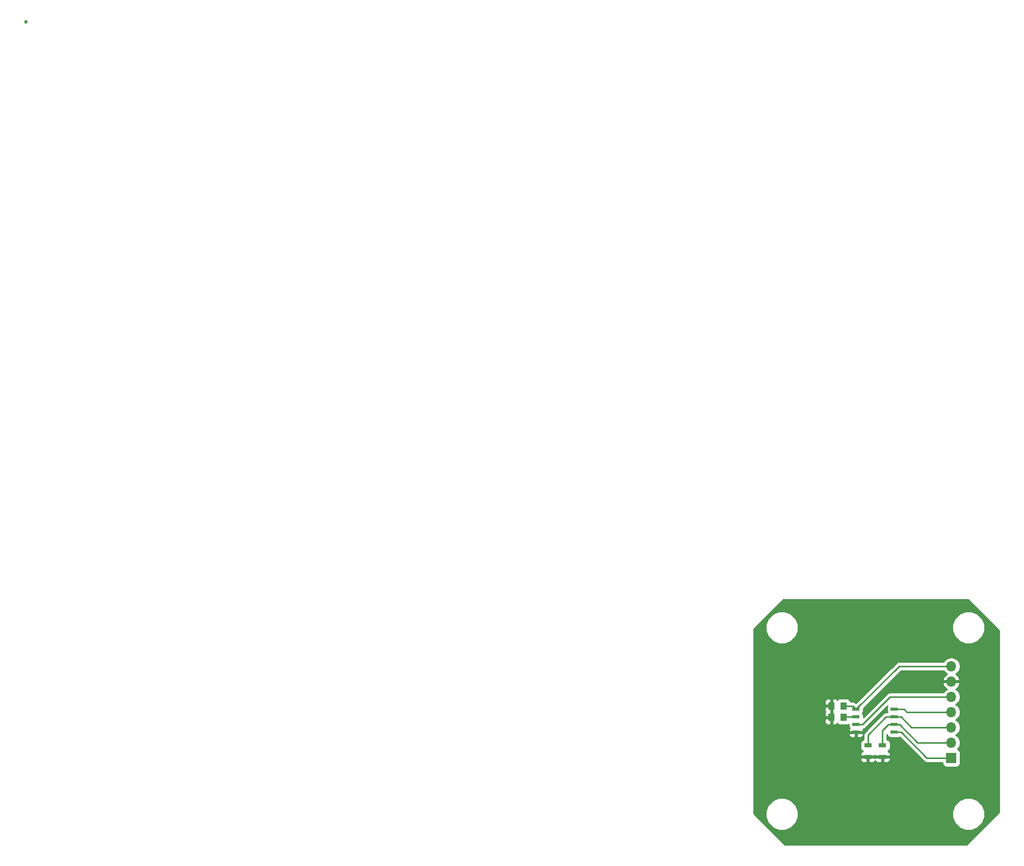
<source format=gtl>
G04 #@! TF.FileFunction,Copper,L1,Top,Signal*
%FSLAX46Y46*%
G04 Gerber Fmt 4.6, Leading zero omitted, Abs format (unit mm)*
G04 Created by KiCad (PCBNEW 4.0.7) date 08/21/18 13:20:54*
%MOMM*%
%LPD*%
G01*
G04 APERTURE LIST*
%ADD10C,0.100000*%
%ADD11C,0.600000*%
%ADD12R,1.000000X1.250000*%
%ADD13R,1.300000X0.700000*%
%ADD14R,1.143000X0.508000*%
%ADD15R,1.700000X1.700000*%
%ADD16O,1.700000X1.700000*%
%ADD17C,0.250000*%
%ADD18C,0.254000*%
G04 APERTURE END LIST*
D10*
D11*
X137541000Y-101346000D03*
X135001000Y-117983000D03*
X0Y0D03*
D12*
X133747000Y-115570000D03*
X135747000Y-115570000D03*
X135747000Y-113665000D03*
X133747000Y-113665000D03*
D13*
X139827000Y-122108000D03*
X139827000Y-120208000D03*
X142240000Y-120208000D03*
X142240000Y-122108000D03*
D14*
X144190000Y-114218000D03*
X144190000Y-115488000D03*
X144190000Y-116758000D03*
X144190000Y-118028000D03*
X137840000Y-118028000D03*
X137840000Y-116758000D03*
X137840000Y-115488000D03*
X137840000Y-114218000D03*
D15*
X153670000Y-122301000D03*
D16*
X153670000Y-119761000D03*
X153670000Y-117221000D03*
X153670000Y-114681000D03*
X153670000Y-112141000D03*
X153670000Y-109601000D03*
X153670000Y-107061000D03*
D11*
X135001000Y-119634000D03*
D17*
X137840000Y-115488000D02*
X135829000Y-115488000D01*
X135829000Y-115488000D02*
X135747000Y-115570000D01*
X135874000Y-115697000D02*
X135747000Y-115570000D01*
X153670000Y-107061000D02*
X144997000Y-107061000D01*
X144997000Y-107061000D02*
X137840000Y-114218000D01*
X135747000Y-113665000D02*
X137287000Y-113665000D01*
X137287000Y-113665000D02*
X137840000Y-114218000D01*
X137840000Y-116758000D02*
X138893000Y-116758000D01*
X143510000Y-112141000D02*
X153670000Y-112141000D01*
X138893000Y-116758000D02*
X143510000Y-112141000D01*
X144190000Y-114218000D02*
X145841000Y-114218000D01*
X146304000Y-114681000D02*
X153670000Y-114681000D01*
X145841000Y-114218000D02*
X146304000Y-114681000D01*
X144190000Y-115488000D02*
X142830000Y-115488000D01*
X139827000Y-118491000D02*
X139827000Y-120208000D01*
X142830000Y-115488000D02*
X139827000Y-118491000D01*
X144190000Y-115488000D02*
X145333000Y-115488000D01*
X147066000Y-117221000D02*
X153670000Y-117221000D01*
X145333000Y-115488000D02*
X147066000Y-117221000D01*
X142240000Y-120208000D02*
X142240000Y-117729000D01*
X143211000Y-116758000D02*
X144190000Y-116758000D01*
X142240000Y-117729000D02*
X143211000Y-116758000D01*
X144190000Y-116758000D02*
X145079000Y-116758000D01*
X148082000Y-119761000D02*
X153670000Y-119761000D01*
X145079000Y-116758000D02*
X148082000Y-119761000D01*
X144190000Y-118028000D02*
X145333000Y-118028000D01*
X149606000Y-122301000D02*
X153670000Y-122301000D01*
X145333000Y-118028000D02*
X149606000Y-122301000D01*
D18*
G36*
X161596000Y-101132092D02*
X161596000Y-131277908D01*
X156169908Y-136704000D01*
X126024092Y-136704000D01*
X121483146Y-132163054D01*
X122787528Y-132163054D01*
X123201814Y-133165703D01*
X123968262Y-133933490D01*
X124970186Y-134349526D01*
X126055054Y-134350472D01*
X127057703Y-133936186D01*
X127825490Y-133169738D01*
X128241526Y-132167814D01*
X128241530Y-132163054D01*
X153787528Y-132163054D01*
X154201814Y-133165703D01*
X154968262Y-133933490D01*
X155970186Y-134349526D01*
X157055054Y-134350472D01*
X158057703Y-133936186D01*
X158825490Y-133169738D01*
X159241526Y-132167814D01*
X159242472Y-131082946D01*
X158828186Y-130080297D01*
X158061738Y-129312510D01*
X157059814Y-128896474D01*
X155974946Y-128895528D01*
X154972297Y-129309814D01*
X154204510Y-130076262D01*
X153788474Y-131078186D01*
X153787528Y-132163054D01*
X128241530Y-132163054D01*
X128242472Y-131082946D01*
X127828186Y-130080297D01*
X127061738Y-129312510D01*
X126059814Y-128896474D01*
X124974946Y-128895528D01*
X123972297Y-129309814D01*
X123204510Y-130076262D01*
X122788474Y-131078186D01*
X122787528Y-132163054D01*
X121483146Y-132163054D01*
X120852000Y-131531908D01*
X120852000Y-122393750D01*
X138542000Y-122393750D01*
X138542000Y-122584309D01*
X138638673Y-122817698D01*
X138817301Y-122996327D01*
X139050690Y-123093000D01*
X139541250Y-123093000D01*
X139700000Y-122934250D01*
X139700000Y-122235000D01*
X139954000Y-122235000D01*
X139954000Y-122934250D01*
X140112750Y-123093000D01*
X140603310Y-123093000D01*
X140836699Y-122996327D01*
X141015327Y-122817698D01*
X141033500Y-122773825D01*
X141051673Y-122817698D01*
X141230301Y-122996327D01*
X141463690Y-123093000D01*
X141954250Y-123093000D01*
X142113000Y-122934250D01*
X142113000Y-122235000D01*
X142367000Y-122235000D01*
X142367000Y-122934250D01*
X142525750Y-123093000D01*
X143016310Y-123093000D01*
X143249699Y-122996327D01*
X143428327Y-122817698D01*
X143525000Y-122584309D01*
X143525000Y-122393750D01*
X143366250Y-122235000D01*
X142367000Y-122235000D01*
X142113000Y-122235000D01*
X141113750Y-122235000D01*
X141033500Y-122315250D01*
X140953250Y-122235000D01*
X139954000Y-122235000D01*
X139700000Y-122235000D01*
X138700750Y-122235000D01*
X138542000Y-122393750D01*
X120852000Y-122393750D01*
X120852000Y-118313750D01*
X136633500Y-118313750D01*
X136633500Y-118408309D01*
X136730173Y-118641698D01*
X136908801Y-118820327D01*
X137142190Y-118917000D01*
X137554250Y-118917000D01*
X137713000Y-118758250D01*
X137713000Y-118155000D01*
X137967000Y-118155000D01*
X137967000Y-118758250D01*
X138125750Y-118917000D01*
X138537810Y-118917000D01*
X138771199Y-118820327D01*
X138949827Y-118641698D01*
X139046500Y-118408309D01*
X139046500Y-118313750D01*
X138887750Y-118155000D01*
X137967000Y-118155000D01*
X137713000Y-118155000D01*
X136792250Y-118155000D01*
X136633500Y-118313750D01*
X120852000Y-118313750D01*
X120852000Y-115855750D01*
X132612000Y-115855750D01*
X132612000Y-116321310D01*
X132708673Y-116554699D01*
X132887302Y-116733327D01*
X133120691Y-116830000D01*
X133461250Y-116830000D01*
X133620000Y-116671250D01*
X133620000Y-115697000D01*
X132770750Y-115697000D01*
X132612000Y-115855750D01*
X120852000Y-115855750D01*
X120852000Y-113950750D01*
X132612000Y-113950750D01*
X132612000Y-114416310D01*
X132695336Y-114617500D01*
X132612000Y-114818690D01*
X132612000Y-115284250D01*
X132770750Y-115443000D01*
X133620000Y-115443000D01*
X133620000Y-113792000D01*
X132770750Y-113792000D01*
X132612000Y-113950750D01*
X120852000Y-113950750D01*
X120852000Y-112913690D01*
X132612000Y-112913690D01*
X132612000Y-113379250D01*
X132770750Y-113538000D01*
X133620000Y-113538000D01*
X133620000Y-112563750D01*
X133874000Y-112563750D01*
X133874000Y-113538000D01*
X133894000Y-113538000D01*
X133894000Y-113792000D01*
X133874000Y-113792000D01*
X133874000Y-115443000D01*
X133894000Y-115443000D01*
X133894000Y-115697000D01*
X133874000Y-115697000D01*
X133874000Y-116671250D01*
X134032750Y-116830000D01*
X134373309Y-116830000D01*
X134606698Y-116733327D01*
X134747936Y-116592090D01*
X134782910Y-116646441D01*
X134995110Y-116791431D01*
X135247000Y-116842440D01*
X136247000Y-116842440D01*
X136482317Y-116798162D01*
X136621060Y-116708883D01*
X136621060Y-117012000D01*
X136665338Y-117247317D01*
X136756104Y-117388371D01*
X136730173Y-117414302D01*
X136633500Y-117647691D01*
X136633500Y-117742250D01*
X136792250Y-117901000D01*
X137713000Y-117901000D01*
X137713000Y-117881000D01*
X137967000Y-117881000D01*
X137967000Y-117901000D01*
X138887750Y-117901000D01*
X139046500Y-117742250D01*
X139046500Y-117647691D01*
X138985185Y-117499663D01*
X139183839Y-117460148D01*
X139430401Y-117295401D01*
X143040140Y-113685662D01*
X143022069Y-113712110D01*
X142971060Y-113964000D01*
X142971060Y-114472000D01*
X143015338Y-114707317D01*
X143028647Y-114728000D01*
X142830000Y-114728000D01*
X142539160Y-114785852D01*
X142292599Y-114950599D01*
X139289599Y-117953599D01*
X139124852Y-118200161D01*
X139067000Y-118491000D01*
X139067000Y-119231258D01*
X138941683Y-119254838D01*
X138725559Y-119393910D01*
X138580569Y-119606110D01*
X138529560Y-119858000D01*
X138529560Y-120558000D01*
X138573838Y-120793317D01*
X138712910Y-121009441D01*
X138925110Y-121154431D01*
X138958490Y-121161191D01*
X138817301Y-121219673D01*
X138638673Y-121398302D01*
X138542000Y-121631691D01*
X138542000Y-121822250D01*
X138700750Y-121981000D01*
X139700000Y-121981000D01*
X139700000Y-121961000D01*
X139954000Y-121961000D01*
X139954000Y-121981000D01*
X140953250Y-121981000D01*
X141033500Y-121900750D01*
X141113750Y-121981000D01*
X142113000Y-121981000D01*
X142113000Y-121961000D01*
X142367000Y-121961000D01*
X142367000Y-121981000D01*
X143366250Y-121981000D01*
X143525000Y-121822250D01*
X143525000Y-121631691D01*
X143428327Y-121398302D01*
X143249699Y-121219673D01*
X143113713Y-121163346D01*
X143125317Y-121161162D01*
X143341441Y-121022090D01*
X143486431Y-120809890D01*
X143537440Y-120558000D01*
X143537440Y-119858000D01*
X143493162Y-119622683D01*
X143354090Y-119406559D01*
X143141890Y-119261569D01*
X143000000Y-119232836D01*
X143000000Y-118435803D01*
X143015338Y-118517317D01*
X143154410Y-118733441D01*
X143366610Y-118878431D01*
X143618500Y-118929440D01*
X144761500Y-118929440D01*
X144996817Y-118885162D01*
X145068946Y-118838748D01*
X149068599Y-122838401D01*
X149315161Y-123003148D01*
X149606000Y-123061000D01*
X152172560Y-123061000D01*
X152172560Y-123151000D01*
X152216838Y-123386317D01*
X152355910Y-123602441D01*
X152568110Y-123747431D01*
X152820000Y-123798440D01*
X154520000Y-123798440D01*
X154755317Y-123754162D01*
X154971441Y-123615090D01*
X155116431Y-123402890D01*
X155167440Y-123151000D01*
X155167440Y-121451000D01*
X155123162Y-121215683D01*
X154984090Y-120999559D01*
X154771890Y-120854569D01*
X154704459Y-120840914D01*
X154749147Y-120811054D01*
X155071054Y-120329285D01*
X155184093Y-119761000D01*
X155071054Y-119192715D01*
X154749147Y-118710946D01*
X154419974Y-118491000D01*
X154749147Y-118271054D01*
X155071054Y-117789285D01*
X155184093Y-117221000D01*
X155071054Y-116652715D01*
X154749147Y-116170946D01*
X154419974Y-115951000D01*
X154749147Y-115731054D01*
X155071054Y-115249285D01*
X155184093Y-114681000D01*
X155071054Y-114112715D01*
X154749147Y-113630946D01*
X154419974Y-113411000D01*
X154749147Y-113191054D01*
X155071054Y-112709285D01*
X155184093Y-112141000D01*
X155071054Y-111572715D01*
X154749147Y-111090946D01*
X154408447Y-110863298D01*
X154551358Y-110796183D01*
X154941645Y-110367924D01*
X155111476Y-109957890D01*
X154990155Y-109728000D01*
X153797000Y-109728000D01*
X153797000Y-109748000D01*
X153543000Y-109748000D01*
X153543000Y-109728000D01*
X152349845Y-109728000D01*
X152228524Y-109957890D01*
X152398355Y-110367924D01*
X152788642Y-110796183D01*
X152931553Y-110863298D01*
X152590853Y-111090946D01*
X152397046Y-111381000D01*
X143510000Y-111381000D01*
X143219161Y-111438852D01*
X142972599Y-111603599D01*
X139058940Y-115517258D01*
X139058940Y-115234000D01*
X139014662Y-114998683D01*
X138920334Y-114852093D01*
X139007931Y-114723890D01*
X139058940Y-114472000D01*
X139058940Y-114073862D01*
X145311802Y-107821000D01*
X152397046Y-107821000D01*
X152590853Y-108111054D01*
X152931553Y-108338702D01*
X152788642Y-108405817D01*
X152398355Y-108834076D01*
X152228524Y-109244110D01*
X152349845Y-109474000D01*
X153543000Y-109474000D01*
X153543000Y-109454000D01*
X153797000Y-109454000D01*
X153797000Y-109474000D01*
X154990155Y-109474000D01*
X155111476Y-109244110D01*
X154941645Y-108834076D01*
X154551358Y-108405817D01*
X154408447Y-108338702D01*
X154749147Y-108111054D01*
X155071054Y-107629285D01*
X155184093Y-107061000D01*
X155071054Y-106492715D01*
X154749147Y-106010946D01*
X154267378Y-105689039D01*
X153699093Y-105576000D01*
X153640907Y-105576000D01*
X153072622Y-105689039D01*
X152590853Y-106010946D01*
X152397046Y-106301000D01*
X144997000Y-106301000D01*
X144754414Y-106349254D01*
X144706160Y-106358852D01*
X144459599Y-106523599D01*
X137840000Y-113143198D01*
X137824401Y-113127599D01*
X137577839Y-112962852D01*
X137287000Y-112905000D01*
X136869038Y-112905000D01*
X136850162Y-112804683D01*
X136711090Y-112588559D01*
X136498890Y-112443569D01*
X136247000Y-112392560D01*
X135247000Y-112392560D01*
X135011683Y-112436838D01*
X134795559Y-112575910D01*
X134749031Y-112644006D01*
X134606698Y-112501673D01*
X134373309Y-112405000D01*
X134032750Y-112405000D01*
X133874000Y-112563750D01*
X133620000Y-112563750D01*
X133461250Y-112405000D01*
X133120691Y-112405000D01*
X132887302Y-112501673D01*
X132708673Y-112680301D01*
X132612000Y-112913690D01*
X120852000Y-112913690D01*
X120852000Y-101163054D01*
X122787528Y-101163054D01*
X123201814Y-102165703D01*
X123968262Y-102933490D01*
X124970186Y-103349526D01*
X126055054Y-103350472D01*
X127057703Y-102936186D01*
X127825490Y-102169738D01*
X128241526Y-101167814D01*
X128241530Y-101163054D01*
X153787528Y-101163054D01*
X154201814Y-102165703D01*
X154968262Y-102933490D01*
X155970186Y-103349526D01*
X157055054Y-103350472D01*
X158057703Y-102936186D01*
X158825490Y-102169738D01*
X159241526Y-101167814D01*
X159242472Y-100082946D01*
X158828186Y-99080297D01*
X158061738Y-98312510D01*
X157059814Y-97896474D01*
X155974946Y-97895528D01*
X154972297Y-98309814D01*
X154204510Y-99076262D01*
X153788474Y-100078186D01*
X153787528Y-101163054D01*
X128241530Y-101163054D01*
X128242472Y-100082946D01*
X127828186Y-99080297D01*
X127061738Y-98312510D01*
X126059814Y-97896474D01*
X124974946Y-97895528D01*
X123972297Y-98309814D01*
X123204510Y-99076262D01*
X122788474Y-100078186D01*
X122787528Y-101163054D01*
X120852000Y-101163054D01*
X120852000Y-100878092D01*
X125770092Y-95960000D01*
X156423908Y-95960000D01*
X161596000Y-101132092D01*
X161596000Y-101132092D01*
G37*
X161596000Y-101132092D02*
X161596000Y-131277908D01*
X156169908Y-136704000D01*
X126024092Y-136704000D01*
X121483146Y-132163054D01*
X122787528Y-132163054D01*
X123201814Y-133165703D01*
X123968262Y-133933490D01*
X124970186Y-134349526D01*
X126055054Y-134350472D01*
X127057703Y-133936186D01*
X127825490Y-133169738D01*
X128241526Y-132167814D01*
X128241530Y-132163054D01*
X153787528Y-132163054D01*
X154201814Y-133165703D01*
X154968262Y-133933490D01*
X155970186Y-134349526D01*
X157055054Y-134350472D01*
X158057703Y-133936186D01*
X158825490Y-133169738D01*
X159241526Y-132167814D01*
X159242472Y-131082946D01*
X158828186Y-130080297D01*
X158061738Y-129312510D01*
X157059814Y-128896474D01*
X155974946Y-128895528D01*
X154972297Y-129309814D01*
X154204510Y-130076262D01*
X153788474Y-131078186D01*
X153787528Y-132163054D01*
X128241530Y-132163054D01*
X128242472Y-131082946D01*
X127828186Y-130080297D01*
X127061738Y-129312510D01*
X126059814Y-128896474D01*
X124974946Y-128895528D01*
X123972297Y-129309814D01*
X123204510Y-130076262D01*
X122788474Y-131078186D01*
X122787528Y-132163054D01*
X121483146Y-132163054D01*
X120852000Y-131531908D01*
X120852000Y-122393750D01*
X138542000Y-122393750D01*
X138542000Y-122584309D01*
X138638673Y-122817698D01*
X138817301Y-122996327D01*
X139050690Y-123093000D01*
X139541250Y-123093000D01*
X139700000Y-122934250D01*
X139700000Y-122235000D01*
X139954000Y-122235000D01*
X139954000Y-122934250D01*
X140112750Y-123093000D01*
X140603310Y-123093000D01*
X140836699Y-122996327D01*
X141015327Y-122817698D01*
X141033500Y-122773825D01*
X141051673Y-122817698D01*
X141230301Y-122996327D01*
X141463690Y-123093000D01*
X141954250Y-123093000D01*
X142113000Y-122934250D01*
X142113000Y-122235000D01*
X142367000Y-122235000D01*
X142367000Y-122934250D01*
X142525750Y-123093000D01*
X143016310Y-123093000D01*
X143249699Y-122996327D01*
X143428327Y-122817698D01*
X143525000Y-122584309D01*
X143525000Y-122393750D01*
X143366250Y-122235000D01*
X142367000Y-122235000D01*
X142113000Y-122235000D01*
X141113750Y-122235000D01*
X141033500Y-122315250D01*
X140953250Y-122235000D01*
X139954000Y-122235000D01*
X139700000Y-122235000D01*
X138700750Y-122235000D01*
X138542000Y-122393750D01*
X120852000Y-122393750D01*
X120852000Y-118313750D01*
X136633500Y-118313750D01*
X136633500Y-118408309D01*
X136730173Y-118641698D01*
X136908801Y-118820327D01*
X137142190Y-118917000D01*
X137554250Y-118917000D01*
X137713000Y-118758250D01*
X137713000Y-118155000D01*
X137967000Y-118155000D01*
X137967000Y-118758250D01*
X138125750Y-118917000D01*
X138537810Y-118917000D01*
X138771199Y-118820327D01*
X138949827Y-118641698D01*
X139046500Y-118408309D01*
X139046500Y-118313750D01*
X138887750Y-118155000D01*
X137967000Y-118155000D01*
X137713000Y-118155000D01*
X136792250Y-118155000D01*
X136633500Y-118313750D01*
X120852000Y-118313750D01*
X120852000Y-115855750D01*
X132612000Y-115855750D01*
X132612000Y-116321310D01*
X132708673Y-116554699D01*
X132887302Y-116733327D01*
X133120691Y-116830000D01*
X133461250Y-116830000D01*
X133620000Y-116671250D01*
X133620000Y-115697000D01*
X132770750Y-115697000D01*
X132612000Y-115855750D01*
X120852000Y-115855750D01*
X120852000Y-113950750D01*
X132612000Y-113950750D01*
X132612000Y-114416310D01*
X132695336Y-114617500D01*
X132612000Y-114818690D01*
X132612000Y-115284250D01*
X132770750Y-115443000D01*
X133620000Y-115443000D01*
X133620000Y-113792000D01*
X132770750Y-113792000D01*
X132612000Y-113950750D01*
X120852000Y-113950750D01*
X120852000Y-112913690D01*
X132612000Y-112913690D01*
X132612000Y-113379250D01*
X132770750Y-113538000D01*
X133620000Y-113538000D01*
X133620000Y-112563750D01*
X133874000Y-112563750D01*
X133874000Y-113538000D01*
X133894000Y-113538000D01*
X133894000Y-113792000D01*
X133874000Y-113792000D01*
X133874000Y-115443000D01*
X133894000Y-115443000D01*
X133894000Y-115697000D01*
X133874000Y-115697000D01*
X133874000Y-116671250D01*
X134032750Y-116830000D01*
X134373309Y-116830000D01*
X134606698Y-116733327D01*
X134747936Y-116592090D01*
X134782910Y-116646441D01*
X134995110Y-116791431D01*
X135247000Y-116842440D01*
X136247000Y-116842440D01*
X136482317Y-116798162D01*
X136621060Y-116708883D01*
X136621060Y-117012000D01*
X136665338Y-117247317D01*
X136756104Y-117388371D01*
X136730173Y-117414302D01*
X136633500Y-117647691D01*
X136633500Y-117742250D01*
X136792250Y-117901000D01*
X137713000Y-117901000D01*
X137713000Y-117881000D01*
X137967000Y-117881000D01*
X137967000Y-117901000D01*
X138887750Y-117901000D01*
X139046500Y-117742250D01*
X139046500Y-117647691D01*
X138985185Y-117499663D01*
X139183839Y-117460148D01*
X139430401Y-117295401D01*
X143040140Y-113685662D01*
X143022069Y-113712110D01*
X142971060Y-113964000D01*
X142971060Y-114472000D01*
X143015338Y-114707317D01*
X143028647Y-114728000D01*
X142830000Y-114728000D01*
X142539160Y-114785852D01*
X142292599Y-114950599D01*
X139289599Y-117953599D01*
X139124852Y-118200161D01*
X139067000Y-118491000D01*
X139067000Y-119231258D01*
X138941683Y-119254838D01*
X138725559Y-119393910D01*
X138580569Y-119606110D01*
X138529560Y-119858000D01*
X138529560Y-120558000D01*
X138573838Y-120793317D01*
X138712910Y-121009441D01*
X138925110Y-121154431D01*
X138958490Y-121161191D01*
X138817301Y-121219673D01*
X138638673Y-121398302D01*
X138542000Y-121631691D01*
X138542000Y-121822250D01*
X138700750Y-121981000D01*
X139700000Y-121981000D01*
X139700000Y-121961000D01*
X139954000Y-121961000D01*
X139954000Y-121981000D01*
X140953250Y-121981000D01*
X141033500Y-121900750D01*
X141113750Y-121981000D01*
X142113000Y-121981000D01*
X142113000Y-121961000D01*
X142367000Y-121961000D01*
X142367000Y-121981000D01*
X143366250Y-121981000D01*
X143525000Y-121822250D01*
X143525000Y-121631691D01*
X143428327Y-121398302D01*
X143249699Y-121219673D01*
X143113713Y-121163346D01*
X143125317Y-121161162D01*
X143341441Y-121022090D01*
X143486431Y-120809890D01*
X143537440Y-120558000D01*
X143537440Y-119858000D01*
X143493162Y-119622683D01*
X143354090Y-119406559D01*
X143141890Y-119261569D01*
X143000000Y-119232836D01*
X143000000Y-118435803D01*
X143015338Y-118517317D01*
X143154410Y-118733441D01*
X143366610Y-118878431D01*
X143618500Y-118929440D01*
X144761500Y-118929440D01*
X144996817Y-118885162D01*
X145068946Y-118838748D01*
X149068599Y-122838401D01*
X149315161Y-123003148D01*
X149606000Y-123061000D01*
X152172560Y-123061000D01*
X152172560Y-123151000D01*
X152216838Y-123386317D01*
X152355910Y-123602441D01*
X152568110Y-123747431D01*
X152820000Y-123798440D01*
X154520000Y-123798440D01*
X154755317Y-123754162D01*
X154971441Y-123615090D01*
X155116431Y-123402890D01*
X155167440Y-123151000D01*
X155167440Y-121451000D01*
X155123162Y-121215683D01*
X154984090Y-120999559D01*
X154771890Y-120854569D01*
X154704459Y-120840914D01*
X154749147Y-120811054D01*
X155071054Y-120329285D01*
X155184093Y-119761000D01*
X155071054Y-119192715D01*
X154749147Y-118710946D01*
X154419974Y-118491000D01*
X154749147Y-118271054D01*
X155071054Y-117789285D01*
X155184093Y-117221000D01*
X155071054Y-116652715D01*
X154749147Y-116170946D01*
X154419974Y-115951000D01*
X154749147Y-115731054D01*
X155071054Y-115249285D01*
X155184093Y-114681000D01*
X155071054Y-114112715D01*
X154749147Y-113630946D01*
X154419974Y-113411000D01*
X154749147Y-113191054D01*
X155071054Y-112709285D01*
X155184093Y-112141000D01*
X155071054Y-111572715D01*
X154749147Y-111090946D01*
X154408447Y-110863298D01*
X154551358Y-110796183D01*
X154941645Y-110367924D01*
X155111476Y-109957890D01*
X154990155Y-109728000D01*
X153797000Y-109728000D01*
X153797000Y-109748000D01*
X153543000Y-109748000D01*
X153543000Y-109728000D01*
X152349845Y-109728000D01*
X152228524Y-109957890D01*
X152398355Y-110367924D01*
X152788642Y-110796183D01*
X152931553Y-110863298D01*
X152590853Y-111090946D01*
X152397046Y-111381000D01*
X143510000Y-111381000D01*
X143219161Y-111438852D01*
X142972599Y-111603599D01*
X139058940Y-115517258D01*
X139058940Y-115234000D01*
X139014662Y-114998683D01*
X138920334Y-114852093D01*
X139007931Y-114723890D01*
X139058940Y-114472000D01*
X139058940Y-114073862D01*
X145311802Y-107821000D01*
X152397046Y-107821000D01*
X152590853Y-108111054D01*
X152931553Y-108338702D01*
X152788642Y-108405817D01*
X152398355Y-108834076D01*
X152228524Y-109244110D01*
X152349845Y-109474000D01*
X153543000Y-109474000D01*
X153543000Y-109454000D01*
X153797000Y-109454000D01*
X153797000Y-109474000D01*
X154990155Y-109474000D01*
X155111476Y-109244110D01*
X154941645Y-108834076D01*
X154551358Y-108405817D01*
X154408447Y-108338702D01*
X154749147Y-108111054D01*
X155071054Y-107629285D01*
X155184093Y-107061000D01*
X155071054Y-106492715D01*
X154749147Y-106010946D01*
X154267378Y-105689039D01*
X153699093Y-105576000D01*
X153640907Y-105576000D01*
X153072622Y-105689039D01*
X152590853Y-106010946D01*
X152397046Y-106301000D01*
X144997000Y-106301000D01*
X144754414Y-106349254D01*
X144706160Y-106358852D01*
X144459599Y-106523599D01*
X137840000Y-113143198D01*
X137824401Y-113127599D01*
X137577839Y-112962852D01*
X137287000Y-112905000D01*
X136869038Y-112905000D01*
X136850162Y-112804683D01*
X136711090Y-112588559D01*
X136498890Y-112443569D01*
X136247000Y-112392560D01*
X135247000Y-112392560D01*
X135011683Y-112436838D01*
X134795559Y-112575910D01*
X134749031Y-112644006D01*
X134606698Y-112501673D01*
X134373309Y-112405000D01*
X134032750Y-112405000D01*
X133874000Y-112563750D01*
X133620000Y-112563750D01*
X133461250Y-112405000D01*
X133120691Y-112405000D01*
X132887302Y-112501673D01*
X132708673Y-112680301D01*
X132612000Y-112913690D01*
X120852000Y-112913690D01*
X120852000Y-101163054D01*
X122787528Y-101163054D01*
X123201814Y-102165703D01*
X123968262Y-102933490D01*
X124970186Y-103349526D01*
X126055054Y-103350472D01*
X127057703Y-102936186D01*
X127825490Y-102169738D01*
X128241526Y-101167814D01*
X128241530Y-101163054D01*
X153787528Y-101163054D01*
X154201814Y-102165703D01*
X154968262Y-102933490D01*
X155970186Y-103349526D01*
X157055054Y-103350472D01*
X158057703Y-102936186D01*
X158825490Y-102169738D01*
X159241526Y-101167814D01*
X159242472Y-100082946D01*
X158828186Y-99080297D01*
X158061738Y-98312510D01*
X157059814Y-97896474D01*
X155974946Y-97895528D01*
X154972297Y-98309814D01*
X154204510Y-99076262D01*
X153788474Y-100078186D01*
X153787528Y-101163054D01*
X128241530Y-101163054D01*
X128242472Y-100082946D01*
X127828186Y-99080297D01*
X127061738Y-98312510D01*
X126059814Y-97896474D01*
X124974946Y-97895528D01*
X123972297Y-98309814D01*
X123204510Y-99076262D01*
X122788474Y-100078186D01*
X122787528Y-101163054D01*
X120852000Y-101163054D01*
X120852000Y-100878092D01*
X125770092Y-95960000D01*
X156423908Y-95960000D01*
X161596000Y-101132092D01*
M02*

</source>
